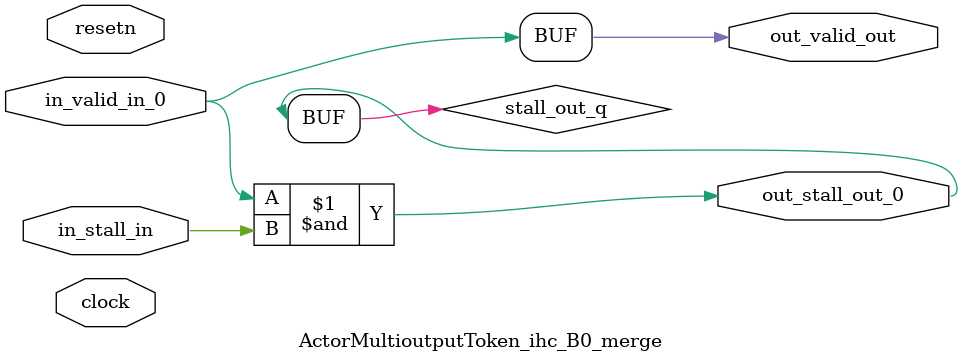
<source format=sv>



(* altera_attribute = "-name AUTO_SHIFT_REGISTER_RECOGNITION OFF; -name MESSAGE_DISABLE 10036; -name MESSAGE_DISABLE 10037; -name MESSAGE_DISABLE 14130; -name MESSAGE_DISABLE 14320; -name MESSAGE_DISABLE 15400; -name MESSAGE_DISABLE 14130; -name MESSAGE_DISABLE 10036; -name MESSAGE_DISABLE 12020; -name MESSAGE_DISABLE 12030; -name MESSAGE_DISABLE 12010; -name MESSAGE_DISABLE 12110; -name MESSAGE_DISABLE 14320; -name MESSAGE_DISABLE 13410; -name MESSAGE_DISABLE 113007; -name MESSAGE_DISABLE 10958" *)
module ActorMultioutputToken_ihc_B0_merge (
    input wire [0:0] in_stall_in,
    input wire [0:0] in_valid_in_0,
    output wire [0:0] out_stall_out_0,
    output wire [0:0] out_valid_out,
    input wire clock,
    input wire resetn
    );

    wire [0:0] stall_out_q;


    // stall_out(LOGICAL,6)
    assign stall_out_q = in_valid_in_0 & in_stall_in;

    // out_stall_out_0(GPOUT,4)
    assign out_stall_out_0 = stall_out_q;

    // out_valid_out(GPOUT,5)
    assign out_valid_out = in_valid_in_0;

endmodule

</source>
